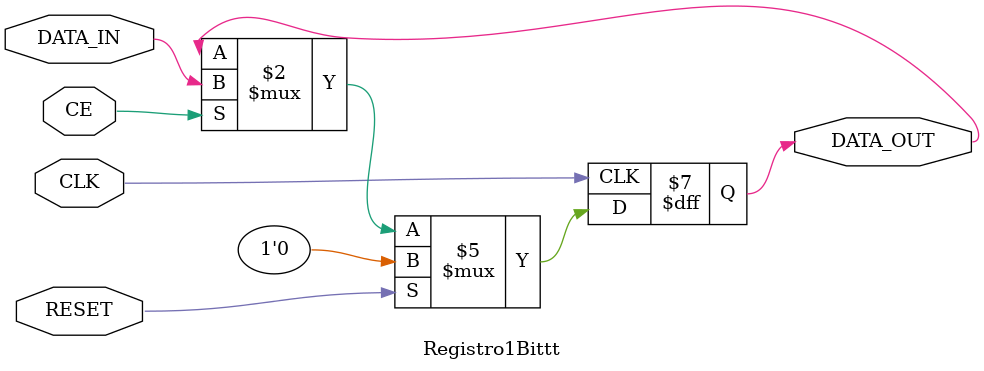
<source format=v>
`timescale 1ns / 1ps


module Registro1Bittt(
    input DATA_IN,
    input CE,
    input CLK,
    input RESET,
    output reg DATA_OUT
    );
    
    always @ (posedge CLK)
   
      if (RESET) begin
    DATA_OUT <= {1'b0};
  end  else if (CE) begin
    DATA_OUT <= DATA_IN;
  end

endmodule
</source>
